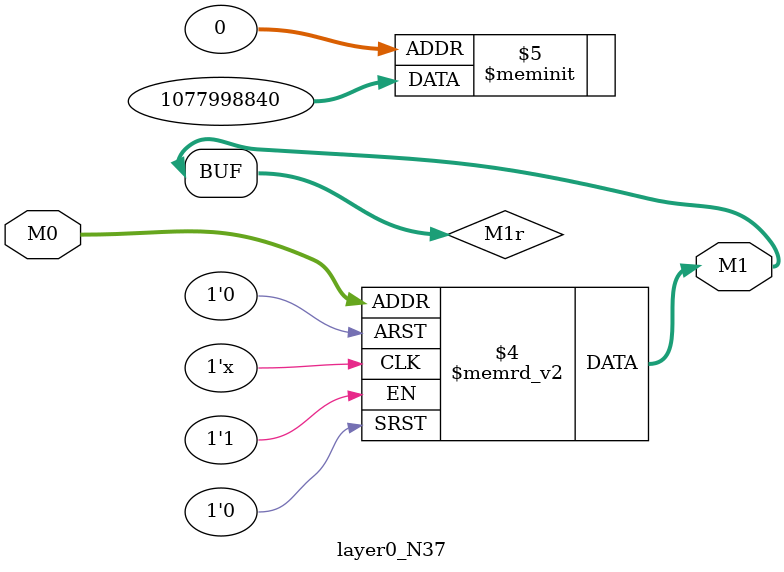
<source format=v>
module layer0_N37 ( input [3:0] M0, output [1:0] M1 );

	(*rom_style = "distributed" *) reg [1:0] M1r;
	assign M1 = M1r;
	always @ (M0) begin
		case (M0)
			4'b0000: M1r = 2'b00;
			4'b1000: M1r = 2'b00;
			4'b0100: M1r = 2'b00;
			4'b1100: M1r = 2'b00;
			4'b0010: M1r = 2'b11;
			4'b1010: M1r = 2'b00;
			4'b0110: M1r = 2'b11;
			4'b1110: M1r = 2'b00;
			4'b0001: M1r = 2'b10;
			4'b1001: M1r = 2'b00;
			4'b0101: M1r = 2'b01;
			4'b1101: M1r = 2'b00;
			4'b0011: M1r = 2'b11;
			4'b1011: M1r = 2'b01;
			4'b0111: M1r = 2'b11;
			4'b1111: M1r = 2'b01;

		endcase
	end
endmodule

</source>
